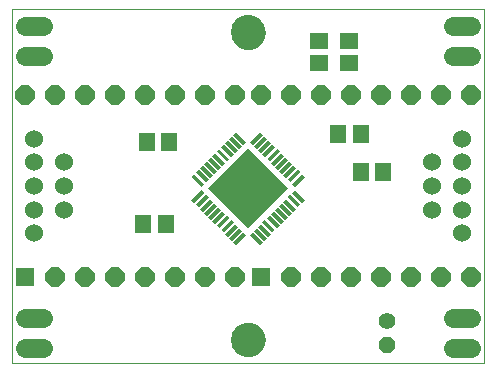
<source format=gbs>
G75*
%MOIN*%
%OFA0B0*%
%FSLAX25Y25*%
%IPPOS*%
%LPD*%
%AMOC8*
5,1,8,0,0,1.08239X$1,22.5*
%
%ADD10C,0.00000*%
%ADD11C,0.11424*%
%ADD12R,0.18904X0.18904*%
%ADD13R,0.04731X0.01384*%
%ADD14R,0.06337X0.06337*%
%ADD15OC8,0.06337*%
%ADD16C,0.06000*%
%ADD17R,0.05518X0.06306*%
%ADD18OC8,0.05600*%
%ADD19C,0.05600*%
%ADD20R,0.06306X0.05518*%
%ADD21C,0.06400*%
D10*
X0008000Y0021082D02*
X0008000Y0139193D01*
X0165480Y0139193D01*
X0165480Y0021082D01*
X0008000Y0021082D01*
X0081228Y0028956D02*
X0081230Y0029104D01*
X0081236Y0029252D01*
X0081246Y0029400D01*
X0081260Y0029547D01*
X0081278Y0029694D01*
X0081299Y0029840D01*
X0081325Y0029986D01*
X0081355Y0030131D01*
X0081388Y0030275D01*
X0081426Y0030418D01*
X0081467Y0030560D01*
X0081512Y0030701D01*
X0081560Y0030841D01*
X0081613Y0030980D01*
X0081669Y0031117D01*
X0081729Y0031252D01*
X0081792Y0031386D01*
X0081859Y0031518D01*
X0081930Y0031648D01*
X0082004Y0031776D01*
X0082081Y0031902D01*
X0082162Y0032026D01*
X0082246Y0032148D01*
X0082333Y0032267D01*
X0082424Y0032384D01*
X0082518Y0032499D01*
X0082614Y0032611D01*
X0082714Y0032721D01*
X0082816Y0032827D01*
X0082922Y0032931D01*
X0083030Y0033032D01*
X0083141Y0033130D01*
X0083254Y0033226D01*
X0083370Y0033318D01*
X0083488Y0033407D01*
X0083609Y0033492D01*
X0083732Y0033575D01*
X0083857Y0033654D01*
X0083984Y0033730D01*
X0084113Y0033802D01*
X0084244Y0033871D01*
X0084377Y0033936D01*
X0084512Y0033997D01*
X0084648Y0034055D01*
X0084785Y0034110D01*
X0084924Y0034160D01*
X0085065Y0034207D01*
X0085206Y0034250D01*
X0085349Y0034290D01*
X0085493Y0034325D01*
X0085637Y0034357D01*
X0085783Y0034384D01*
X0085929Y0034408D01*
X0086076Y0034428D01*
X0086223Y0034444D01*
X0086370Y0034456D01*
X0086518Y0034464D01*
X0086666Y0034468D01*
X0086814Y0034468D01*
X0086962Y0034464D01*
X0087110Y0034456D01*
X0087257Y0034444D01*
X0087404Y0034428D01*
X0087551Y0034408D01*
X0087697Y0034384D01*
X0087843Y0034357D01*
X0087987Y0034325D01*
X0088131Y0034290D01*
X0088274Y0034250D01*
X0088415Y0034207D01*
X0088556Y0034160D01*
X0088695Y0034110D01*
X0088832Y0034055D01*
X0088968Y0033997D01*
X0089103Y0033936D01*
X0089236Y0033871D01*
X0089367Y0033802D01*
X0089496Y0033730D01*
X0089623Y0033654D01*
X0089748Y0033575D01*
X0089871Y0033492D01*
X0089992Y0033407D01*
X0090110Y0033318D01*
X0090226Y0033226D01*
X0090339Y0033130D01*
X0090450Y0033032D01*
X0090558Y0032931D01*
X0090664Y0032827D01*
X0090766Y0032721D01*
X0090866Y0032611D01*
X0090962Y0032499D01*
X0091056Y0032384D01*
X0091147Y0032267D01*
X0091234Y0032148D01*
X0091318Y0032026D01*
X0091399Y0031902D01*
X0091476Y0031776D01*
X0091550Y0031648D01*
X0091621Y0031518D01*
X0091688Y0031386D01*
X0091751Y0031252D01*
X0091811Y0031117D01*
X0091867Y0030980D01*
X0091920Y0030841D01*
X0091968Y0030701D01*
X0092013Y0030560D01*
X0092054Y0030418D01*
X0092092Y0030275D01*
X0092125Y0030131D01*
X0092155Y0029986D01*
X0092181Y0029840D01*
X0092202Y0029694D01*
X0092220Y0029547D01*
X0092234Y0029400D01*
X0092244Y0029252D01*
X0092250Y0029104D01*
X0092252Y0028956D01*
X0092250Y0028808D01*
X0092244Y0028660D01*
X0092234Y0028512D01*
X0092220Y0028365D01*
X0092202Y0028218D01*
X0092181Y0028072D01*
X0092155Y0027926D01*
X0092125Y0027781D01*
X0092092Y0027637D01*
X0092054Y0027494D01*
X0092013Y0027352D01*
X0091968Y0027211D01*
X0091920Y0027071D01*
X0091867Y0026932D01*
X0091811Y0026795D01*
X0091751Y0026660D01*
X0091688Y0026526D01*
X0091621Y0026394D01*
X0091550Y0026264D01*
X0091476Y0026136D01*
X0091399Y0026010D01*
X0091318Y0025886D01*
X0091234Y0025764D01*
X0091147Y0025645D01*
X0091056Y0025528D01*
X0090962Y0025413D01*
X0090866Y0025301D01*
X0090766Y0025191D01*
X0090664Y0025085D01*
X0090558Y0024981D01*
X0090450Y0024880D01*
X0090339Y0024782D01*
X0090226Y0024686D01*
X0090110Y0024594D01*
X0089992Y0024505D01*
X0089871Y0024420D01*
X0089748Y0024337D01*
X0089623Y0024258D01*
X0089496Y0024182D01*
X0089367Y0024110D01*
X0089236Y0024041D01*
X0089103Y0023976D01*
X0088968Y0023915D01*
X0088832Y0023857D01*
X0088695Y0023802D01*
X0088556Y0023752D01*
X0088415Y0023705D01*
X0088274Y0023662D01*
X0088131Y0023622D01*
X0087987Y0023587D01*
X0087843Y0023555D01*
X0087697Y0023528D01*
X0087551Y0023504D01*
X0087404Y0023484D01*
X0087257Y0023468D01*
X0087110Y0023456D01*
X0086962Y0023448D01*
X0086814Y0023444D01*
X0086666Y0023444D01*
X0086518Y0023448D01*
X0086370Y0023456D01*
X0086223Y0023468D01*
X0086076Y0023484D01*
X0085929Y0023504D01*
X0085783Y0023528D01*
X0085637Y0023555D01*
X0085493Y0023587D01*
X0085349Y0023622D01*
X0085206Y0023662D01*
X0085065Y0023705D01*
X0084924Y0023752D01*
X0084785Y0023802D01*
X0084648Y0023857D01*
X0084512Y0023915D01*
X0084377Y0023976D01*
X0084244Y0024041D01*
X0084113Y0024110D01*
X0083984Y0024182D01*
X0083857Y0024258D01*
X0083732Y0024337D01*
X0083609Y0024420D01*
X0083488Y0024505D01*
X0083370Y0024594D01*
X0083254Y0024686D01*
X0083141Y0024782D01*
X0083030Y0024880D01*
X0082922Y0024981D01*
X0082816Y0025085D01*
X0082714Y0025191D01*
X0082614Y0025301D01*
X0082518Y0025413D01*
X0082424Y0025528D01*
X0082333Y0025645D01*
X0082246Y0025764D01*
X0082162Y0025886D01*
X0082081Y0026010D01*
X0082004Y0026136D01*
X0081930Y0026264D01*
X0081859Y0026394D01*
X0081792Y0026526D01*
X0081729Y0026660D01*
X0081669Y0026795D01*
X0081613Y0026932D01*
X0081560Y0027071D01*
X0081512Y0027211D01*
X0081467Y0027352D01*
X0081426Y0027494D01*
X0081388Y0027637D01*
X0081355Y0027781D01*
X0081325Y0027926D01*
X0081299Y0028072D01*
X0081278Y0028218D01*
X0081260Y0028365D01*
X0081246Y0028512D01*
X0081236Y0028660D01*
X0081230Y0028808D01*
X0081228Y0028956D01*
X0081228Y0131319D02*
X0081230Y0131467D01*
X0081236Y0131615D01*
X0081246Y0131763D01*
X0081260Y0131910D01*
X0081278Y0132057D01*
X0081299Y0132203D01*
X0081325Y0132349D01*
X0081355Y0132494D01*
X0081388Y0132638D01*
X0081426Y0132781D01*
X0081467Y0132923D01*
X0081512Y0133064D01*
X0081560Y0133204D01*
X0081613Y0133343D01*
X0081669Y0133480D01*
X0081729Y0133615D01*
X0081792Y0133749D01*
X0081859Y0133881D01*
X0081930Y0134011D01*
X0082004Y0134139D01*
X0082081Y0134265D01*
X0082162Y0134389D01*
X0082246Y0134511D01*
X0082333Y0134630D01*
X0082424Y0134747D01*
X0082518Y0134862D01*
X0082614Y0134974D01*
X0082714Y0135084D01*
X0082816Y0135190D01*
X0082922Y0135294D01*
X0083030Y0135395D01*
X0083141Y0135493D01*
X0083254Y0135589D01*
X0083370Y0135681D01*
X0083488Y0135770D01*
X0083609Y0135855D01*
X0083732Y0135938D01*
X0083857Y0136017D01*
X0083984Y0136093D01*
X0084113Y0136165D01*
X0084244Y0136234D01*
X0084377Y0136299D01*
X0084512Y0136360D01*
X0084648Y0136418D01*
X0084785Y0136473D01*
X0084924Y0136523D01*
X0085065Y0136570D01*
X0085206Y0136613D01*
X0085349Y0136653D01*
X0085493Y0136688D01*
X0085637Y0136720D01*
X0085783Y0136747D01*
X0085929Y0136771D01*
X0086076Y0136791D01*
X0086223Y0136807D01*
X0086370Y0136819D01*
X0086518Y0136827D01*
X0086666Y0136831D01*
X0086814Y0136831D01*
X0086962Y0136827D01*
X0087110Y0136819D01*
X0087257Y0136807D01*
X0087404Y0136791D01*
X0087551Y0136771D01*
X0087697Y0136747D01*
X0087843Y0136720D01*
X0087987Y0136688D01*
X0088131Y0136653D01*
X0088274Y0136613D01*
X0088415Y0136570D01*
X0088556Y0136523D01*
X0088695Y0136473D01*
X0088832Y0136418D01*
X0088968Y0136360D01*
X0089103Y0136299D01*
X0089236Y0136234D01*
X0089367Y0136165D01*
X0089496Y0136093D01*
X0089623Y0136017D01*
X0089748Y0135938D01*
X0089871Y0135855D01*
X0089992Y0135770D01*
X0090110Y0135681D01*
X0090226Y0135589D01*
X0090339Y0135493D01*
X0090450Y0135395D01*
X0090558Y0135294D01*
X0090664Y0135190D01*
X0090766Y0135084D01*
X0090866Y0134974D01*
X0090962Y0134862D01*
X0091056Y0134747D01*
X0091147Y0134630D01*
X0091234Y0134511D01*
X0091318Y0134389D01*
X0091399Y0134265D01*
X0091476Y0134139D01*
X0091550Y0134011D01*
X0091621Y0133881D01*
X0091688Y0133749D01*
X0091751Y0133615D01*
X0091811Y0133480D01*
X0091867Y0133343D01*
X0091920Y0133204D01*
X0091968Y0133064D01*
X0092013Y0132923D01*
X0092054Y0132781D01*
X0092092Y0132638D01*
X0092125Y0132494D01*
X0092155Y0132349D01*
X0092181Y0132203D01*
X0092202Y0132057D01*
X0092220Y0131910D01*
X0092234Y0131763D01*
X0092244Y0131615D01*
X0092250Y0131467D01*
X0092252Y0131319D01*
X0092250Y0131171D01*
X0092244Y0131023D01*
X0092234Y0130875D01*
X0092220Y0130728D01*
X0092202Y0130581D01*
X0092181Y0130435D01*
X0092155Y0130289D01*
X0092125Y0130144D01*
X0092092Y0130000D01*
X0092054Y0129857D01*
X0092013Y0129715D01*
X0091968Y0129574D01*
X0091920Y0129434D01*
X0091867Y0129295D01*
X0091811Y0129158D01*
X0091751Y0129023D01*
X0091688Y0128889D01*
X0091621Y0128757D01*
X0091550Y0128627D01*
X0091476Y0128499D01*
X0091399Y0128373D01*
X0091318Y0128249D01*
X0091234Y0128127D01*
X0091147Y0128008D01*
X0091056Y0127891D01*
X0090962Y0127776D01*
X0090866Y0127664D01*
X0090766Y0127554D01*
X0090664Y0127448D01*
X0090558Y0127344D01*
X0090450Y0127243D01*
X0090339Y0127145D01*
X0090226Y0127049D01*
X0090110Y0126957D01*
X0089992Y0126868D01*
X0089871Y0126783D01*
X0089748Y0126700D01*
X0089623Y0126621D01*
X0089496Y0126545D01*
X0089367Y0126473D01*
X0089236Y0126404D01*
X0089103Y0126339D01*
X0088968Y0126278D01*
X0088832Y0126220D01*
X0088695Y0126165D01*
X0088556Y0126115D01*
X0088415Y0126068D01*
X0088274Y0126025D01*
X0088131Y0125985D01*
X0087987Y0125950D01*
X0087843Y0125918D01*
X0087697Y0125891D01*
X0087551Y0125867D01*
X0087404Y0125847D01*
X0087257Y0125831D01*
X0087110Y0125819D01*
X0086962Y0125811D01*
X0086814Y0125807D01*
X0086666Y0125807D01*
X0086518Y0125811D01*
X0086370Y0125819D01*
X0086223Y0125831D01*
X0086076Y0125847D01*
X0085929Y0125867D01*
X0085783Y0125891D01*
X0085637Y0125918D01*
X0085493Y0125950D01*
X0085349Y0125985D01*
X0085206Y0126025D01*
X0085065Y0126068D01*
X0084924Y0126115D01*
X0084785Y0126165D01*
X0084648Y0126220D01*
X0084512Y0126278D01*
X0084377Y0126339D01*
X0084244Y0126404D01*
X0084113Y0126473D01*
X0083984Y0126545D01*
X0083857Y0126621D01*
X0083732Y0126700D01*
X0083609Y0126783D01*
X0083488Y0126868D01*
X0083370Y0126957D01*
X0083254Y0127049D01*
X0083141Y0127145D01*
X0083030Y0127243D01*
X0082922Y0127344D01*
X0082816Y0127448D01*
X0082714Y0127554D01*
X0082614Y0127664D01*
X0082518Y0127776D01*
X0082424Y0127891D01*
X0082333Y0128008D01*
X0082246Y0128127D01*
X0082162Y0128249D01*
X0082081Y0128373D01*
X0082004Y0128499D01*
X0081930Y0128627D01*
X0081859Y0128757D01*
X0081792Y0128889D01*
X0081729Y0129023D01*
X0081669Y0129158D01*
X0081613Y0129295D01*
X0081560Y0129434D01*
X0081512Y0129574D01*
X0081467Y0129715D01*
X0081426Y0129857D01*
X0081388Y0130000D01*
X0081355Y0130144D01*
X0081325Y0130289D01*
X0081299Y0130435D01*
X0081278Y0130581D01*
X0081260Y0130728D01*
X0081246Y0130875D01*
X0081236Y0131023D01*
X0081230Y0131171D01*
X0081228Y0131319D01*
D11*
X0086740Y0131319D03*
X0086740Y0028956D03*
D12*
G36*
X0086750Y0092687D02*
X0100117Y0079320D01*
X0086750Y0065953D01*
X0073383Y0079320D01*
X0086750Y0092687D01*
G37*
D13*
G36*
X0085148Y0093862D02*
X0081805Y0097205D01*
X0082784Y0098184D01*
X0086127Y0094841D01*
X0085148Y0093862D01*
G37*
G36*
X0083756Y0092470D02*
X0080413Y0095813D01*
X0081392Y0096792D01*
X0084735Y0093449D01*
X0083756Y0092470D01*
G37*
G36*
X0082364Y0091078D02*
X0079021Y0094421D01*
X0080000Y0095400D01*
X0083343Y0092057D01*
X0082364Y0091078D01*
G37*
G36*
X0080972Y0089686D02*
X0077629Y0093029D01*
X0078608Y0094008D01*
X0081951Y0090665D01*
X0080972Y0089686D01*
G37*
G36*
X0079580Y0088294D02*
X0076237Y0091637D01*
X0077216Y0092616D01*
X0080559Y0089273D01*
X0079580Y0088294D01*
G37*
G36*
X0078188Y0086902D02*
X0074845Y0090245D01*
X0075824Y0091224D01*
X0079167Y0087881D01*
X0078188Y0086902D01*
G37*
G36*
X0076796Y0085510D02*
X0073453Y0088853D01*
X0074432Y0089832D01*
X0077775Y0086489D01*
X0076796Y0085510D01*
G37*
G36*
X0075405Y0084118D02*
X0072062Y0087461D01*
X0073041Y0088440D01*
X0076384Y0085097D01*
X0075405Y0084118D01*
G37*
G36*
X0074013Y0082726D02*
X0070670Y0086069D01*
X0071649Y0087048D01*
X0074992Y0083705D01*
X0074013Y0082726D01*
G37*
G36*
X0072621Y0081334D02*
X0069278Y0084677D01*
X0070257Y0085656D01*
X0073600Y0082313D01*
X0072621Y0081334D01*
G37*
G36*
X0071229Y0079942D02*
X0067886Y0083285D01*
X0068865Y0084264D01*
X0072208Y0080921D01*
X0071229Y0079942D01*
G37*
G36*
X0072208Y0077718D02*
X0068865Y0074375D01*
X0067886Y0075354D01*
X0071229Y0078697D01*
X0072208Y0077718D01*
G37*
G36*
X0073600Y0076326D02*
X0070257Y0072983D01*
X0069278Y0073962D01*
X0072621Y0077305D01*
X0073600Y0076326D01*
G37*
G36*
X0074992Y0074934D02*
X0071649Y0071591D01*
X0070670Y0072570D01*
X0074013Y0075913D01*
X0074992Y0074934D01*
G37*
G36*
X0076384Y0073542D02*
X0073041Y0070199D01*
X0072062Y0071178D01*
X0075405Y0074521D01*
X0076384Y0073542D01*
G37*
G36*
X0077775Y0072150D02*
X0074432Y0068807D01*
X0073453Y0069786D01*
X0076796Y0073129D01*
X0077775Y0072150D01*
G37*
G36*
X0079167Y0070758D02*
X0075824Y0067415D01*
X0074845Y0068394D01*
X0078188Y0071737D01*
X0079167Y0070758D01*
G37*
G36*
X0080559Y0069366D02*
X0077216Y0066023D01*
X0076237Y0067002D01*
X0079580Y0070345D01*
X0080559Y0069366D01*
G37*
G36*
X0081951Y0067974D02*
X0078608Y0064631D01*
X0077629Y0065610D01*
X0080972Y0068953D01*
X0081951Y0067974D01*
G37*
G36*
X0083343Y0066582D02*
X0080000Y0063239D01*
X0079021Y0064218D01*
X0082364Y0067561D01*
X0083343Y0066582D01*
G37*
G36*
X0084735Y0065190D02*
X0081392Y0061847D01*
X0080413Y0062826D01*
X0083756Y0066169D01*
X0084735Y0065190D01*
G37*
G36*
X0086127Y0063798D02*
X0082784Y0060455D01*
X0081805Y0061434D01*
X0085148Y0064777D01*
X0086127Y0063798D01*
G37*
G36*
X0088352Y0064777D02*
X0091695Y0061434D01*
X0090716Y0060455D01*
X0087373Y0063798D01*
X0088352Y0064777D01*
G37*
G36*
X0089744Y0066169D02*
X0093087Y0062826D01*
X0092108Y0061847D01*
X0088765Y0065190D01*
X0089744Y0066169D01*
G37*
G36*
X0091136Y0067561D02*
X0094479Y0064218D01*
X0093500Y0063239D01*
X0090157Y0066582D01*
X0091136Y0067561D01*
G37*
G36*
X0092528Y0068953D02*
X0095871Y0065610D01*
X0094892Y0064631D01*
X0091549Y0067974D01*
X0092528Y0068953D01*
G37*
G36*
X0093920Y0070345D02*
X0097263Y0067002D01*
X0096284Y0066023D01*
X0092941Y0069366D01*
X0093920Y0070345D01*
G37*
G36*
X0095312Y0071737D02*
X0098655Y0068394D01*
X0097676Y0067415D01*
X0094333Y0070758D01*
X0095312Y0071737D01*
G37*
G36*
X0096704Y0073129D02*
X0100047Y0069786D01*
X0099068Y0068807D01*
X0095725Y0072150D01*
X0096704Y0073129D01*
G37*
G36*
X0098095Y0074521D02*
X0101438Y0071178D01*
X0100459Y0070199D01*
X0097116Y0073542D01*
X0098095Y0074521D01*
G37*
G36*
X0099487Y0075913D02*
X0102830Y0072570D01*
X0101851Y0071591D01*
X0098508Y0074934D01*
X0099487Y0075913D01*
G37*
G36*
X0100879Y0077305D02*
X0104222Y0073962D01*
X0103243Y0072983D01*
X0099900Y0076326D01*
X0100879Y0077305D01*
G37*
G36*
X0102271Y0078697D02*
X0105614Y0075354D01*
X0104635Y0074375D01*
X0101292Y0077718D01*
X0102271Y0078697D01*
G37*
G36*
X0105614Y0083285D02*
X0102271Y0079942D01*
X0101292Y0080921D01*
X0104635Y0084264D01*
X0105614Y0083285D01*
G37*
G36*
X0104222Y0084677D02*
X0100879Y0081334D01*
X0099900Y0082313D01*
X0103243Y0085656D01*
X0104222Y0084677D01*
G37*
G36*
X0102830Y0086069D02*
X0099487Y0082726D01*
X0098508Y0083705D01*
X0101851Y0087048D01*
X0102830Y0086069D01*
G37*
G36*
X0101438Y0087461D02*
X0098095Y0084118D01*
X0097116Y0085097D01*
X0100459Y0088440D01*
X0101438Y0087461D01*
G37*
G36*
X0100047Y0088853D02*
X0096704Y0085510D01*
X0095725Y0086489D01*
X0099068Y0089832D01*
X0100047Y0088853D01*
G37*
G36*
X0098655Y0090245D02*
X0095312Y0086902D01*
X0094333Y0087881D01*
X0097676Y0091224D01*
X0098655Y0090245D01*
G37*
G36*
X0097263Y0091637D02*
X0093920Y0088294D01*
X0092941Y0089273D01*
X0096284Y0092616D01*
X0097263Y0091637D01*
G37*
G36*
X0095871Y0093029D02*
X0092528Y0089686D01*
X0091549Y0090665D01*
X0094892Y0094008D01*
X0095871Y0093029D01*
G37*
G36*
X0094479Y0094421D02*
X0091136Y0091078D01*
X0090157Y0092057D01*
X0093500Y0095400D01*
X0094479Y0094421D01*
G37*
G36*
X0093087Y0095813D02*
X0089744Y0092470D01*
X0088765Y0093449D01*
X0092108Y0096792D01*
X0093087Y0095813D01*
G37*
G36*
X0091695Y0097205D02*
X0088352Y0093862D01*
X0087373Y0094841D01*
X0090716Y0098184D01*
X0091695Y0097205D01*
G37*
D14*
X0091110Y0049862D03*
X0012370Y0049862D03*
D15*
X0022370Y0049862D03*
X0032370Y0049862D03*
X0042370Y0049862D03*
X0052370Y0049862D03*
X0062370Y0049862D03*
X0072370Y0049862D03*
X0082370Y0049862D03*
X0101110Y0049862D03*
X0111110Y0049862D03*
X0121110Y0049862D03*
X0131110Y0049862D03*
X0141110Y0049862D03*
X0151110Y0049862D03*
X0161110Y0049862D03*
X0161110Y0110413D03*
X0151110Y0110413D03*
X0141110Y0110413D03*
X0131110Y0110413D03*
X0121110Y0110413D03*
X0111110Y0110413D03*
X0101110Y0110413D03*
X0091110Y0110413D03*
X0082370Y0110413D03*
X0072370Y0110413D03*
X0062370Y0110413D03*
X0052370Y0110413D03*
X0042370Y0110413D03*
X0032370Y0110413D03*
X0022370Y0110413D03*
X0012370Y0110413D03*
D16*
X0015500Y0095886D03*
X0015500Y0088012D03*
X0025500Y0088012D03*
X0025500Y0080138D03*
X0025500Y0072263D03*
X0015500Y0072263D03*
X0015500Y0080138D03*
X0015500Y0064389D03*
X0148000Y0072263D03*
X0148000Y0080138D03*
X0158000Y0080138D03*
X0158000Y0072263D03*
X0158000Y0064389D03*
X0158000Y0088012D03*
X0158000Y0095886D03*
X0148000Y0088012D03*
D17*
X0131740Y0084832D03*
X0124260Y0084832D03*
X0124240Y0097332D03*
X0116760Y0097332D03*
X0060490Y0094832D03*
X0053010Y0094832D03*
X0051760Y0067332D03*
X0059240Y0067332D03*
D18*
X0133000Y0027082D03*
D19*
X0133000Y0035082D03*
D20*
X0120500Y0121092D03*
X0120500Y0128573D03*
X0110500Y0128573D03*
X0110500Y0121092D03*
D21*
X0155000Y0123582D02*
X0161000Y0123582D01*
X0161000Y0133582D02*
X0155000Y0133582D01*
X0155000Y0036082D02*
X0161000Y0036082D01*
X0161000Y0026082D02*
X0155000Y0026082D01*
X0018500Y0026082D02*
X0012500Y0026082D01*
X0012500Y0036082D02*
X0018500Y0036082D01*
X0018500Y0123582D02*
X0012500Y0123582D01*
X0012500Y0133582D02*
X0018500Y0133582D01*
M02*

</source>
